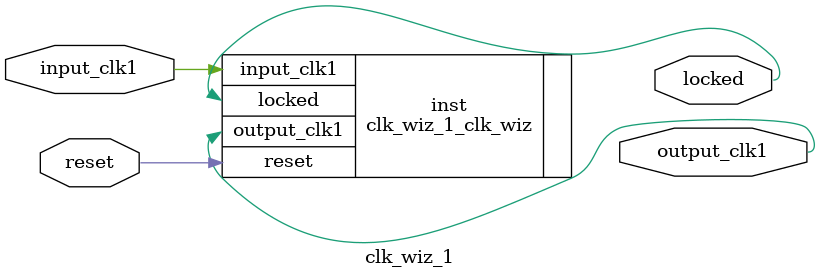
<source format=v>


`timescale 1ps/1ps

(* CORE_GENERATION_INFO = "clk_wiz_1,clk_wiz_v6_0_5_0_0,{component_name=clk_wiz_1,use_phase_alignment=true,use_min_o_jitter=false,use_max_i_jitter=false,use_dyn_phase_shift=false,use_inclk_switchover=false,use_dyn_reconfig=false,enable_axi=0,feedback_source=FDBK_AUTO,PRIMITIVE=MMCM,num_out_clk=1,clkin1_period=3.333,clkin2_period=10.0,use_power_down=false,use_reset=true,use_locked=true,use_inclk_stopped=false,feedback_type=SINGLE,CLOCK_MGR_TYPE=NA,manual_override=false}" *)

module clk_wiz_1 
 (
  // Clock out ports
  output        output_clk1,
  // Status and control signals
  input         reset,
  output        locked,
 // Clock in ports
  input         input_clk1
 );

  clk_wiz_1_clk_wiz inst
  (
  // Clock out ports  
  .output_clk1(output_clk1),
  // Status and control signals               
  .reset(reset), 
  .locked(locked),
 // Clock in ports
  .input_clk1(input_clk1)
  );

endmodule

</source>
